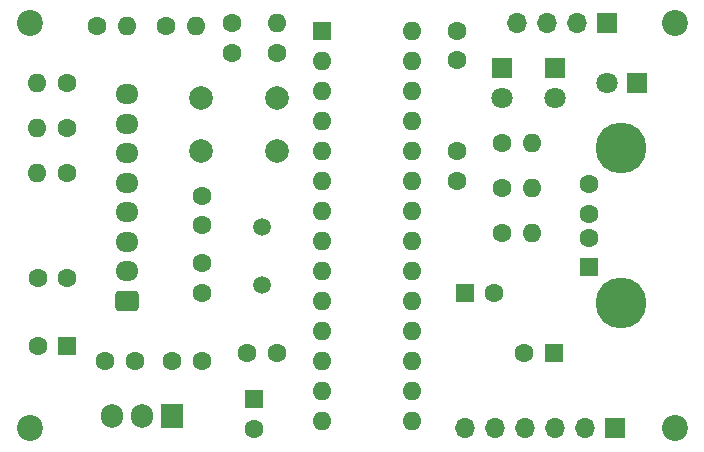
<source format=gts>
G04 #@! TF.GenerationSoftware,KiCad,Pcbnew,(6.0.6)*
G04 #@! TF.CreationDate,2023-10-21T22:28:58+09:00*
G04 #@! TF.ProjectId,USBKeyboard4S1,5553424b-6579-4626-9f61-72643453312e,0.1.1*
G04 #@! TF.SameCoordinates,Original*
G04 #@! TF.FileFunction,Soldermask,Top*
G04 #@! TF.FilePolarity,Negative*
%FSLAX46Y46*%
G04 Gerber Fmt 4.6, Leading zero omitted, Abs format (unit mm)*
G04 Created by KiCad (PCBNEW (6.0.6)) date 2023-10-21 22:28:58*
%MOMM*%
%LPD*%
G01*
G04 APERTURE LIST*
G04 Aperture macros list*
%AMRoundRect*
0 Rectangle with rounded corners*
0 $1 Rounding radius*
0 $2 $3 $4 $5 $6 $7 $8 $9 X,Y pos of 4 corners*
0 Add a 4 corners polygon primitive as box body*
4,1,4,$2,$3,$4,$5,$6,$7,$8,$9,$2,$3,0*
0 Add four circle primitives for the rounded corners*
1,1,$1+$1,$2,$3*
1,1,$1+$1,$4,$5*
1,1,$1+$1,$6,$7*
1,1,$1+$1,$8,$9*
0 Add four rect primitives between the rounded corners*
20,1,$1+$1,$2,$3,$4,$5,0*
20,1,$1+$1,$4,$5,$6,$7,0*
20,1,$1+$1,$6,$7,$8,$9,0*
20,1,$1+$1,$8,$9,$2,$3,0*%
G04 Aperture macros list end*
%ADD10R,1.700000X1.700000*%
%ADD11O,1.700000X1.700000*%
%ADD12R,1.905000X2.000000*%
%ADD13O,1.905000X2.000000*%
%ADD14C,1.600000*%
%ADD15R,1.600000X1.600000*%
%ADD16R,1.800000X1.800000*%
%ADD17C,1.800000*%
%ADD18C,2.200000*%
%ADD19O,1.600000X1.600000*%
%ADD20C,1.500000*%
%ADD21R,1.500000X1.600000*%
%ADD22C,4.300000*%
%ADD23C,2.000000*%
%ADD24RoundRect,0.250000X0.725000X-0.600000X0.725000X0.600000X-0.725000X0.600000X-0.725000X-0.600000X0*%
%ADD25O,1.950000X1.700000*%
G04 APERTURE END LIST*
D10*
X157480000Y-69215000D03*
D11*
X154940000Y-69215000D03*
X152400000Y-69215000D03*
X149860000Y-69215000D03*
D12*
X120650000Y-102470000D03*
D13*
X118110000Y-102470000D03*
X115570000Y-102470000D03*
D14*
X117475000Y-97790000D03*
X114975000Y-97790000D03*
D15*
X127595000Y-101029888D03*
D14*
X127595000Y-103529888D03*
D16*
X148590000Y-73025000D03*
D17*
X148590000Y-75565000D03*
D18*
X108585000Y-69215000D03*
D14*
X123150000Y-97790000D03*
X120650000Y-97790000D03*
D18*
X163195000Y-69215000D03*
D14*
X120142000Y-69440000D03*
D19*
X122682000Y-69440000D03*
D14*
X114300000Y-69469000D03*
D19*
X116840000Y-69469000D03*
D20*
X128270000Y-91360000D03*
X128270000Y-86460000D03*
D14*
X129500000Y-97155000D03*
X127000000Y-97155000D03*
D10*
X158115000Y-103505000D03*
D11*
X155575000Y-103505000D03*
X153035000Y-103505000D03*
X150495000Y-103505000D03*
X147955000Y-103505000D03*
X145415000Y-103505000D03*
D14*
X129540000Y-71755000D03*
D19*
X129540000Y-69215000D03*
D14*
X144780000Y-69850000D03*
X144780000Y-72350000D03*
D18*
X163195000Y-103505000D03*
D15*
X152947380Y-97155000D03*
D14*
X150447380Y-97155000D03*
D21*
X155930000Y-89860000D03*
D14*
X155930000Y-87360000D03*
X155930000Y-85360000D03*
X155930000Y-82860000D03*
D22*
X158640000Y-92930000D03*
X158640000Y-79790000D03*
D14*
X144780000Y-82550000D03*
X144780000Y-80050000D03*
X111760000Y-81915000D03*
D19*
X109220000Y-81915000D03*
D15*
X145415000Y-92075000D03*
D14*
X147915000Y-92075000D03*
X148590000Y-79375000D03*
D19*
X151130000Y-79375000D03*
D16*
X160020000Y-74295000D03*
D17*
X157480000Y-74295000D03*
D15*
X133350000Y-69835000D03*
D19*
X133350000Y-72375000D03*
X133350000Y-74915000D03*
X133350000Y-77455000D03*
X133350000Y-79995000D03*
X133350000Y-82535000D03*
X133350000Y-85075000D03*
X133350000Y-87615000D03*
X133350000Y-90155000D03*
X133350000Y-92695000D03*
X133350000Y-95235000D03*
X133350000Y-97775000D03*
X133350000Y-100315000D03*
X133350000Y-102855000D03*
X140970000Y-102855000D03*
X140970000Y-100315000D03*
X140970000Y-97775000D03*
X140970000Y-95235000D03*
X140970000Y-92695000D03*
X140970000Y-90155000D03*
X140970000Y-87615000D03*
X140970000Y-85075000D03*
X140970000Y-82535000D03*
X140970000Y-79995000D03*
X140970000Y-77455000D03*
X140970000Y-74915000D03*
X140970000Y-72375000D03*
X140970000Y-69835000D03*
D15*
X111760000Y-96520000D03*
D14*
X109260000Y-96520000D03*
X111760000Y-74295000D03*
D19*
X109220000Y-74295000D03*
D14*
X148590000Y-86995000D03*
D19*
X151130000Y-86995000D03*
D14*
X123190000Y-83820000D03*
X123190000Y-86320000D03*
X125730000Y-69215000D03*
X125730000Y-71715000D03*
X111760000Y-78105000D03*
D19*
X109220000Y-78105000D03*
D23*
X129540000Y-80065000D03*
X123040000Y-80065000D03*
X123040000Y-75565000D03*
X129540000Y-75565000D03*
D16*
X153035000Y-73025000D03*
D17*
X153035000Y-75565000D03*
D14*
X148590000Y-83185000D03*
D19*
X151130000Y-83185000D03*
D18*
X108585000Y-103505000D03*
D14*
X123190000Y-89555000D03*
X123190000Y-92055000D03*
X109260000Y-90805000D03*
X111760000Y-90805000D03*
D24*
X116840000Y-92710000D03*
D25*
X116840000Y-90210000D03*
X116840000Y-87710000D03*
X116840000Y-85210000D03*
X116840000Y-82710000D03*
X116840000Y-80210000D03*
X116840000Y-77710000D03*
X116840000Y-75210000D03*
M02*

</source>
